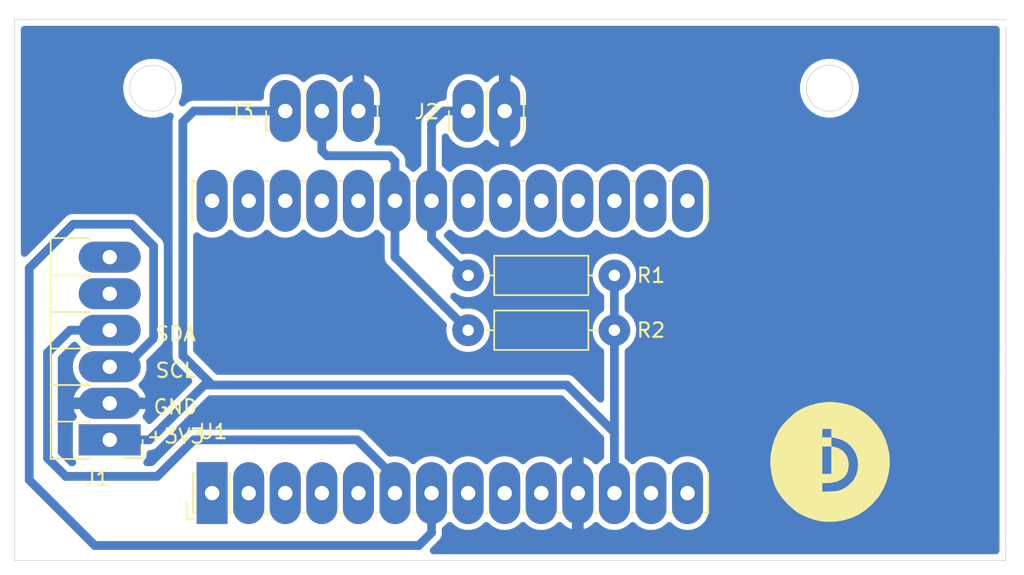
<source format=kicad_pcb>
(kicad_pcb (version 20171130) (host pcbnew "(5.1.5)-3")

  (general
    (thickness 1.6)
    (drawings 12)
    (tracks 49)
    (zones 0)
    (modules 7)
    (nets 31)
  )

  (page A4)
  (layers
    (0 F.Cu signal)
    (31 B.Cu signal)
    (32 B.Adhes user)
    (33 F.Adhes user)
    (34 B.Paste user)
    (35 F.Paste user)
    (36 B.SilkS user)
    (37 F.SilkS user)
    (38 B.Mask user)
    (39 F.Mask user)
    (40 Dwgs.User user)
    (41 Cmts.User user)
    (42 Eco1.User user)
    (43 Eco2.User user)
    (44 Edge.Cuts user)
    (45 Margin user)
    (46 B.CrtYd user)
    (47 F.CrtYd user)
    (48 B.Fab user)
    (49 F.Fab user)
  )

  (setup
    (last_trace_width 0.6096)
    (user_trace_width 0.3048)
    (user_trace_width 0.4064)
    (user_trace_width 0.6096)
    (user_trace_width 0.8128)
    (user_trace_width 1.2192)
    (user_trace_width 1.6256)
    (trace_clearance 0.2)
    (zone_clearance 0.4064)
    (zone_45_only no)
    (trace_min 0.2)
    (via_size 0.8)
    (via_drill 0.4)
    (via_min_size 0.4)
    (via_min_drill 0.3)
    (uvia_size 0.3)
    (uvia_drill 0.1)
    (uvias_allowed no)
    (uvia_min_size 0.2)
    (uvia_min_drill 0.1)
    (edge_width 0.05)
    (segment_width 0.2)
    (pcb_text_width 0.3)
    (pcb_text_size 1.5 1.5)
    (mod_edge_width 0.12)
    (mod_text_size 1 1)
    (mod_text_width 0.15)
    (pad_size 1.524 1.524)
    (pad_drill 0.762)
    (pad_to_mask_clearance 0.051)
    (solder_mask_min_width 0.25)
    (aux_axis_origin 0 0)
    (visible_elements 7FFDF7FF)
    (pcbplotparams
      (layerselection 0x010fc_ffffffff)
      (usegerberextensions false)
      (usegerberattributes false)
      (usegerberadvancedattributes false)
      (creategerberjobfile false)
      (excludeedgelayer true)
      (linewidth 0.100000)
      (plotframeref false)
      (viasonmask false)
      (mode 1)
      (useauxorigin false)
      (hpglpennumber 1)
      (hpglpenspeed 20)
      (hpglpendiameter 15.000000)
      (psnegative false)
      (psa4output false)
      (plotreference true)
      (plotvalue true)
      (plotinvisibletext false)
      (padsonsilk false)
      (subtractmaskfromsilk false)
      (outputformat 1)
      (mirror false)
      (drillshape 0)
      (scaleselection 1)
      (outputdirectory "./"))
  )

  (net 0 "")
  (net 1 SDA)
  (net 2 SCL)
  (net 3 GND)
  (net 4 VCC)
  (net 5 "Net-(J2-Pad1)")
  (net 6 "Net-(J3-Pad2)")
  (net 7 "Net-(U1-Pad28)")
  (net 8 "Net-(U1-Pad27)")
  (net 9 "Net-(U1-Pad26)")
  (net 10 "Net-(U1-Pad25)")
  (net 11 "Net-(U1-Pad24)")
  (net 12 "Net-(U1-Pad21)")
  (net 13 "Net-(U1-Pad20)")
  (net 14 "Net-(U1-Pad19)")
  (net 15 "Net-(U1-Pad18)")
  (net 16 "Net-(U1-Pad17)")
  (net 17 "Net-(U1-Pad16)")
  (net 18 "Net-(U1-Pad14)")
  (net 19 "Net-(U1-Pad13)")
  (net 20 "Net-(U1-Pad10)")
  (net 21 "Net-(U1-Pad9)")
  (net 22 "Net-(U1-Pad8)")
  (net 23 "Net-(U1-Pad5)")
  (net 24 "Net-(U1-Pad4)")
  (net 25 "Net-(U1-Pad3)")
  (net 26 "Net-(U1-Pad2)")
  (net 27 "Net-(U1-Pad15)")
  (net 28 "Net-(U1-Pad1)")
  (net 29 "Net-(J1-Pad5)")
  (net 30 "Net-(J1-Pad6)")

  (net_class Default "This is the default net class."
    (clearance 0.2)
    (trace_width 0.25)
    (via_dia 0.8)
    (via_drill 0.4)
    (uvia_dia 0.3)
    (uvia_drill 0.1)
    (add_net GND)
    (add_net "Net-(J1-Pad5)")
    (add_net "Net-(J1-Pad6)")
    (add_net "Net-(J2-Pad1)")
    (add_net "Net-(J3-Pad2)")
    (add_net "Net-(U1-Pad1)")
    (add_net "Net-(U1-Pad10)")
    (add_net "Net-(U1-Pad13)")
    (add_net "Net-(U1-Pad14)")
    (add_net "Net-(U1-Pad15)")
    (add_net "Net-(U1-Pad16)")
    (add_net "Net-(U1-Pad17)")
    (add_net "Net-(U1-Pad18)")
    (add_net "Net-(U1-Pad19)")
    (add_net "Net-(U1-Pad2)")
    (add_net "Net-(U1-Pad20)")
    (add_net "Net-(U1-Pad21)")
    (add_net "Net-(U1-Pad24)")
    (add_net "Net-(U1-Pad25)")
    (add_net "Net-(U1-Pad26)")
    (add_net "Net-(U1-Pad27)")
    (add_net "Net-(U1-Pad28)")
    (add_net "Net-(U1-Pad3)")
    (add_net "Net-(U1-Pad4)")
    (add_net "Net-(U1-Pad5)")
    (add_net "Net-(U1-Pad8)")
    (add_net "Net-(U1-Pad9)")
    (add_net SCL)
    (add_net SDA)
    (add_net VCC)
  )

  (module obbo_footprints:Logo600-InzynierDomu (layer F.Cu) (tedit 5E2DC787) (tstamp 5E38E0C9)
    (at 180.086 106.934)
    (fp_text reference G*** (at 6.858 -5.334) (layer F.SilkS) hide
      (effects (font (size 1.524 1.524) (thickness 0.3)))
    )
    (fp_text value Logo600-InzynierDomu (at -0.0254 6.1341) (layer F.SilkS) hide
      (effects (font (size 1.524 1.524) (thickness 0.3)))
    )
    (fp_poly (pts (xy 0.282748 -4.141935) (xy 0.604321 -4.102239) (xy 0.938093 -4.041979) (xy 1.257442 -3.966425)
      (xy 1.535744 -3.880845) (xy 1.679607 -3.823432) (xy 2.110334 -3.590238) (xy 2.525947 -3.293082)
      (xy 2.911713 -2.946285) (xy 3.252901 -2.564166) (xy 3.534778 -2.161044) (xy 3.691966 -1.867484)
      (xy 3.873258 -1.439273) (xy 4.001342 -1.042608) (xy 4.084099 -0.650419) (xy 4.114042 -0.418206)
      (xy 4.132728 0.164764) (xy 4.071083 0.740655) (xy 3.931773 1.299684) (xy 3.717467 1.832066)
      (xy 3.43083 2.328018) (xy 3.324963 2.4765) (xy 2.928747 2.938579) (xy 2.486626 3.330798)
      (xy 2.003395 3.651102) (xy 1.48385 3.897438) (xy 0.932788 4.067751) (xy 0.355004 4.159987)
      (xy -0.244705 4.172094) (xy -0.5715 4.14512) (xy -0.882087 4.087782) (xy -1.226316 3.989497)
      (xy -1.580238 3.859897) (xy -1.919902 3.708614) (xy -2.221359 3.545281) (xy -2.446293 3.39112)
      (xy -2.924774 2.970054) (xy -3.320307 2.534702) (xy -3.633527 2.084293) (xy -3.824429 1.7145)
      (xy -3.920954 1.450759) (xy -4.007686 1.130469) (xy -4.079147 0.781634) (xy -4.129856 0.432262)
      (xy -4.154335 0.110359) (xy -4.155742 0.021167) (xy -4.119481 -0.525698) (xy -4.018545 -1.058333)
      (xy -0.550333 -1.058333) (xy -0.550333 0.846667) (xy 0.084667 0.846667) (xy 0.084667 -1.058333)
      (xy -0.550333 -1.058333) (xy -4.018545 -1.058333) (xy -4.016211 -1.070646) (xy -3.851416 -1.594219)
      (xy -3.630584 -2.07696) (xy -3.50751 -2.286) (xy -0.550333 -2.286) (xy -0.550333 -1.693333)
      (xy 0.084667 -1.693333) (xy 0.084667 -1.065776) (xy 0.264583 -1.035765) (xy 0.574293 -0.944905)
      (xy 0.835963 -0.787966) (xy 1.043459 -0.572443) (xy 1.190645 -0.305827) (xy 1.271386 0.00439)
      (xy 1.285389 0.210839) (xy 1.25101 0.544845) (xy 1.148212 0.829812) (xy 0.978349 1.064657)
      (xy 0.742778 1.2483) (xy 0.442854 1.37966) (xy 0.07993 1.457654) (xy -0.306917 1.481347)
      (xy -0.550333 1.481667) (xy -0.550333 2.082836) (xy -0.010583 2.065433) (xy 0.234079 2.055041)
      (xy 0.416048 2.03989) (xy 0.557288 2.016608) (xy 0.679761 1.981828) (xy 0.775872 1.944765)
      (xy 1.040036 1.804436) (xy 1.299221 1.614255) (xy 1.523705 1.398026) (xy 1.636435 1.255513)
      (xy 1.805726 0.936698) (xy 1.907549 0.583593) (xy 1.941793 0.213202) (xy 1.90835 -0.157471)
      (xy 1.80711 -0.511419) (xy 1.649794 -0.81404) (xy 1.409215 -1.116968) (xy 1.130214 -1.352012)
      (xy 0.803894 -1.524603) (xy 0.421361 -1.640174) (xy 0.243417 -1.672767) (xy 0.084667 -1.69717)
      (xy 0.084667 -2.286) (xy -0.550333 -2.286) (xy -3.50751 -2.286) (xy -3.503385 -2.293006)
      (xy -3.388215 -2.448992) (xy -3.223964 -2.640108) (xy -3.02799 -2.849) (xy -2.817647 -3.05831)
      (xy -2.610292 -3.250685) (xy -2.423279 -3.408767) (xy -2.293006 -3.503385) (xy -1.847644 -3.744476)
      (xy -1.351205 -3.935695) (xy -0.825079 -4.070957) (xy -0.290654 -4.144177) (xy 0 -4.1558)
      (xy 0.282748 -4.141935)) (layer F.SilkS) (width 0.01))
  )

  (module obbo_footprints:Arduino_MKR1300_Oval (layer F.Cu) (tedit 5E2D9F51) (tstamp 5E2D29DF)
    (at 137.16 109.112765 180)
    (descr "Arduino MKR WAN 1300 board")
    (tags "Arduino MKR WAN 1300 board")
    (path /5E2D7A32)
    (fp_text reference U1 (at -0.0635 4.274265) (layer F.SilkS)
      (effects (font (size 1 1) (thickness 0.15)))
    )
    (fp_text value Ardiuno_MKR1300 (at -5.969 6.096) (layer F.Fab)
      (effects (font (size 1 1) (thickness 0.15)))
    )
    (fp_line (start 1.1142 21.6882) (end 1.419 21.6882) (layer F.SilkS) (width 0.15))
    (fp_line (start 1.419 21.6882) (end 1.419 18.9518) (layer F.SilkS) (width 0.15))
    (fp_line (start 1.419 18.9518) (end 1.121 18.9518) (layer F.SilkS) (width 0.15))
    (fp_line (start -11.2742 21.695) (end -11.579 21.695) (layer F.SilkS) (width 0.15))
    (fp_line (start -8.7342 18.9518) (end -9.039 18.9518) (layer F.SilkS) (width 0.15))
    (fp_line (start -34.439 18.9518) (end -34.439 21.6882) (layer F.SilkS) (width 0.15))
    (fp_line (start -6.1942 18.9518) (end -6.499 18.9518) (layer F.SilkS) (width 0.15))
    (fp_line (start -3.6542 18.9518) (end -3.959 18.9518) (layer F.SilkS) (width 0.15))
    (fp_line (start -11.2742 18.9518) (end -11.579 18.9518) (layer F.SilkS) (width 0.15))
    (fp_line (start -34.939 18.5234) (end -34.939 22.1234) (layer F.CrtYd) (width 0.05))
    (fp_line (start -8.7342 21.695) (end -9.039 21.695) (layer F.SilkS) (width 0.15))
    (fp_line (start -16.6658 21.6882) (end -16.361 21.6882) (layer F.SilkS) (width 0.15))
    (fp_line (start -34.939 22.1234) (end 1.8034 22.1234) (layer F.CrtYd) (width 0.05))
    (fp_line (start -34.1342 18.9518) (end -34.439 18.9518) (layer F.SilkS) (width 0.15))
    (fp_line (start -34.29 19.0534) (end 1.2734 19.0534) (layer F.Fab) (width 0.1))
    (fp_line (start 1.8034 18.5234) (end -34.939 18.5234) (layer F.CrtYd) (width 0.05))
    (fp_line (start -3.6542 21.695) (end -3.959 21.695) (layer F.SilkS) (width 0.15))
    (fp_line (start -34.29 21.5934) (end -34.29 19.0534) (layer F.Fab) (width 0.1))
    (fp_line (start -21.4342 18.9518) (end -21.739 18.9518) (layer F.SilkS) (width 0.15))
    (fp_line (start -26.5142 18.9518) (end -26.819 18.9518) (layer F.SilkS) (width 0.15))
    (fp_line (start -29.0542 18.9518) (end -29.359 18.9518) (layer F.SilkS) (width 0.15))
    (fp_line (start 1.2734 19.0534) (end 1.2734 21.5934) (layer F.Fab) (width 0.1))
    (fp_line (start -18.8942 18.9518) (end -19.199 18.9518) (layer F.SilkS) (width 0.15))
    (fp_line (start -31.5942 18.9518) (end -31.899 18.9518) (layer F.SilkS) (width 0.15))
    (fp_line (start 1.8034 22.1234) (end 1.8034 18.5234) (layer F.CrtYd) (width 0.05))
    (fp_line (start 1.2734 21.5934) (end -34.29 21.5934) (layer F.Fab) (width 0.1))
    (fp_line (start -23.9742 18.9518) (end -24.279 18.9518) (layer F.SilkS) (width 0.15))
    (fp_line (start -6.1942 21.695) (end -6.499 21.695) (layer F.SilkS) (width 0.15))
    (fp_line (start -16.3542 18.9518) (end -16.659 18.9518) (layer F.SilkS) (width 0.15))
    (fp_line (start -31.9058 21.6882) (end -31.601 21.6882) (layer F.SilkS) (width 0.15))
    (fp_line (start -29.3658 21.6882) (end -29.061 21.6882) (layer F.SilkS) (width 0.15))
    (fp_line (start -26.8258 21.6882) (end -26.521 21.6882) (layer F.SilkS) (width 0.15))
    (fp_line (start -24.2858 21.6882) (end -23.981 21.6882) (layer F.SilkS) (width 0.15))
    (fp_line (start -21.7458 21.6882) (end -21.441 21.6882) (layer F.SilkS) (width 0.15))
    (fp_line (start -19.2058 21.6882) (end -18.901 21.6882) (layer F.SilkS) (width 0.15))
    (fp_line (start -14.1258 21.6882) (end -13.821 21.6882) (layer F.SilkS) (width 0.15))
    (fp_line (start -13.8142 18.9518) (end -14.119 18.9518) (layer F.SilkS) (width 0.15))
    (fp_line (start -34.439 21.6882) (end -34.141 21.6882) (layer F.SilkS) (width 0.15))
    (fp_line (start -1.4258 21.6882) (end -1.1684 21.6882) (layer F.SilkS) (width 0.15))
    (fp_line (start -1.1684 18.9518) (end -1.419 18.9518) (layer F.SilkS) (width 0.15))
    (fp_line (start 1.778 -1.778) (end 1.778 -0.635) (layer F.SilkS) (width 0.15))
    (fp_line (start 1.27 -1.778) (end 1.778 -1.778) (layer F.SilkS) (width 0.15))
    (fp_line (start 1.3208 -1.3682) (end 1.1684 -1.3716) (layer F.SilkS) (width 0.15))
    (fp_line (start 1.1684 1.3682) (end 1.3208 1.3716) (layer F.SilkS) (width 0.15))
    (fp_line (start -1.1684 -1.3682) (end -1.419 -1.3682) (layer F.SilkS) (width 0.15))
    (fp_line (start -1.4258 1.3682) (end -1.1684 1.3682) (layer F.SilkS) (width 0.15))
    (fp_line (start -34.1342 -1.3682) (end -34.439 -1.3682) (layer F.SilkS) (width 0.15))
    (fp_line (start -34.439 1.3682) (end -34.141 1.3682) (layer F.SilkS) (width 0.15))
    (fp_line (start -13.8142 -1.3682) (end -14.119 -1.3682) (layer F.SilkS) (width 0.15))
    (fp_line (start -14.1258 1.3682) (end -13.821 1.3682) (layer F.SilkS) (width 0.15))
    (fp_line (start -16.6658 1.3682) (end -16.361 1.3682) (layer F.SilkS) (width 0.15))
    (fp_line (start -19.2058 1.3682) (end -18.901 1.3682) (layer F.SilkS) (width 0.15))
    (fp_line (start -21.7458 1.3682) (end -21.441 1.3682) (layer F.SilkS) (width 0.15))
    (fp_line (start -24.2858 1.3682) (end -23.981 1.3682) (layer F.SilkS) (width 0.15))
    (fp_line (start -26.8258 1.3682) (end -26.521 1.3682) (layer F.SilkS) (width 0.15))
    (fp_line (start -29.3658 1.3682) (end -29.061 1.3682) (layer F.SilkS) (width 0.15))
    (fp_line (start -31.9058 1.3682) (end -31.601 1.3682) (layer F.SilkS) (width 0.15))
    (fp_line (start -31.5942 -1.3682) (end -31.899 -1.3682) (layer F.SilkS) (width 0.15))
    (fp_line (start -29.0542 -1.3682) (end -29.359 -1.3682) (layer F.SilkS) (width 0.15))
    (fp_line (start -26.5142 -1.3682) (end -26.819 -1.3682) (layer F.SilkS) (width 0.15))
    (fp_line (start -23.9742 -1.3682) (end -24.279 -1.3682) (layer F.SilkS) (width 0.15))
    (fp_line (start -21.4342 -1.3682) (end -21.739 -1.3682) (layer F.SilkS) (width 0.15))
    (fp_line (start -18.8942 -1.3682) (end -19.199 -1.3682) (layer F.SilkS) (width 0.15))
    (fp_line (start -16.3542 -1.3682) (end -16.659 -1.3682) (layer F.SilkS) (width 0.15))
    (fp_line (start -34.939 1.8034) (end 1.8034 1.8034) (layer F.CrtYd) (width 0.05))
    (fp_line (start 1.8034 -1.7966) (end -34.939 -1.7966) (layer F.CrtYd) (width 0.05))
    (fp_line (start 0.6384 -1.2666) (end 1.2734 -0.6316) (layer F.Fab) (width 0.1))
    (fp_line (start 1.8034 1.8034) (end 1.8034 -1.7966) (layer F.CrtYd) (width 0.05))
    (fp_line (start -34.29 -1.2666) (end 0.6384 -1.2666) (layer F.Fab) (width 0.1))
    (fp_line (start -34.29 1.2734) (end -34.29 -1.2666) (layer F.Fab) (width 0.1))
    (fp_line (start 1.2734 1.2734) (end -34.29 1.2734) (layer F.Fab) (width 0.1))
    (fp_line (start 1.2734 -0.6316) (end 1.2734 1.2734) (layer F.Fab) (width 0.1))
    (fp_line (start -3.6542 1.375) (end -3.959 1.375) (layer F.SilkS) (width 0.15))
    (fp_line (start -6.1942 1.375) (end -6.499 1.375) (layer F.SilkS) (width 0.15))
    (fp_line (start -8.7342 1.375) (end -9.039 1.375) (layer F.SilkS) (width 0.15))
    (fp_line (start -11.2742 1.375) (end -11.579 1.375) (layer F.SilkS) (width 0.15))
    (fp_line (start 1.3208 -1.3682) (end 1.3208 1.3716) (layer F.SilkS) (width 0.15))
    (fp_line (start -34.939 -1.7966) (end -34.939 1.8034) (layer F.CrtYd) (width 0.05))
    (fp_line (start -1.2666 -1.3266) (end -1.2666 1.3334) (layer F.SilkS) (width 0.15))
    (fp_line (start -11.2742 -1.3682) (end -11.579 -1.3682) (layer F.SilkS) (width 0.15))
    (fp_line (start -3.6542 -1.3682) (end -3.959 -1.3682) (layer F.SilkS) (width 0.15))
    (fp_line (start -6.1942 -1.3682) (end -6.499 -1.3682) (layer F.SilkS) (width 0.15))
    (fp_line (start -8.7342 -1.3682) (end -9.039 -1.3682) (layer F.SilkS) (width 0.15))
    (fp_arc (start 10.272249 20.4068) (end 12.525449 20.4216) (angle 89.24856945) (layer F.Fab) (width 0.1))
    (fp_line (start -34.439 -1.3682) (end -34.439 1.3682) (layer F.SilkS) (width 0.15))
    (fp_arc (start 10.2722 -0.0868) (end 10.287 -2.34) (angle 89.62366175) (layer F.Fab) (width 0.1))
    (fp_circle (center 4.0952 20.41) (end 5.3017 20.41) (layer F.Fab) (width 0.1))
    (fp_circle (center 4.0952 -0.09) (end 5.3017 -0.09) (layer F.Fab) (width 0.1))
    (fp_circle (center -52.9048 -0.09) (end -51.6083 -0.09) (layer F.Fab) (width 0.1))
    (fp_circle (center -52.9048 20.41) (end -51.6083 20.41) (layer F.Fab) (width 0.1))
    (fp_arc (start -52.9048 -0.09) (end -55.1548 -0.09) (angle 90) (layer F.Fab) (width 0.1))
    (fp_arc (start -52.9048 20.41) (end -52.9048 22.66) (angle 90) (layer F.Fab) (width 0.1))
    (fp_line (start 12.525449 20.4216) (end 12.525449 -0.0868) (layer F.Fab) (width 0.1))
    (fp_line (start -52.9048 -2.34) (end 10.287 -2.34) (layer F.Fab) (width 0.1))
    (fp_line (start -55.1548 20.41) (end -55.1548 -0.09) (layer F.Fab) (width 0.1))
    (fp_line (start 10.287 22.66) (end -52.9048 22.66) (layer F.Fab) (width 0.1))
    (pad 28 thru_hole oval (at 0 20.32) (size 2.15 4.3) (drill 1) (layers *.Cu *.Mask)
      (net 7 "Net-(U1-Pad28)") (solder_mask_margin 0.1016))
    (pad 27 thru_hole oval (at -2.54 20.32) (size 2.15 4.3) (drill 1) (layers *.Cu *.Mask)
      (net 8 "Net-(U1-Pad27)") (solder_mask_margin 0.1016))
    (pad 26 thru_hole oval (at -5.08 20.32) (size 2.15 4.3) (drill 1) (layers *.Cu *.Mask)
      (net 9 "Net-(U1-Pad26)") (solder_mask_margin 0.1016))
    (pad 25 thru_hole oval (at -7.62 20.32) (size 2.15 4.3) (drill 1) (layers *.Cu *.Mask)
      (net 10 "Net-(U1-Pad25)") (solder_mask_margin 0.1016))
    (pad 24 thru_hole oval (at -10.16 20.32) (size 2.15 4.3) (drill 1) (layers *.Cu *.Mask)
      (net 11 "Net-(U1-Pad24)") (solder_mask_margin 0.1016))
    (pad 23 thru_hole oval (at -12.7 20.32) (size 2.15 4.3) (drill 1) (layers *.Cu *.Mask)
      (net 6 "Net-(J3-Pad2)") (solder_mask_margin 0.1016))
    (pad 22 thru_hole oval (at -15.24 20.32) (size 2.15 4.3) (drill 1) (layers *.Cu *.Mask)
      (net 5 "Net-(J2-Pad1)") (solder_mask_margin 0.1016))
    (pad 21 thru_hole oval (at -17.78 20.32) (size 2.15 4.3) (drill 1) (layers *.Cu *.Mask)
      (net 12 "Net-(U1-Pad21)") (solder_mask_margin 0.1016))
    (pad 20 thru_hole oval (at -20.32 20.32) (size 2.15 4.3) (drill 1) (layers *.Cu *.Mask)
      (net 13 "Net-(U1-Pad20)") (solder_mask_margin 0.1016))
    (pad 19 thru_hole oval (at -22.86 20.32) (size 2.15 4.3) (drill 1) (layers *.Cu *.Mask)
      (net 14 "Net-(U1-Pad19)") (solder_mask_margin 0.1016))
    (pad 18 thru_hole oval (at -25.4 20.32) (size 2.15 4.3) (drill 1) (layers *.Cu *.Mask)
      (net 15 "Net-(U1-Pad18)") (solder_mask_margin 0.1016))
    (pad 17 thru_hole oval (at -27.94 20.32) (size 2.15 4.3) (drill 1) (layers *.Cu *.Mask)
      (net 16 "Net-(U1-Pad17)") (solder_mask_margin 0.1016))
    (pad 16 thru_hole oval (at -30.48 20.32) (size 2.15 4.3) (drill 1) (layers *.Cu *.Mask)
      (net 17 "Net-(U1-Pad16)") (solder_mask_margin 0.1016))
    (pad 14 thru_hole oval (at -33.02 0) (size 2.15 4.3) (drill 1) (layers *.Cu *.Mask)
      (net 18 "Net-(U1-Pad14)") (solder_mask_margin 0.1016))
    (pad 13 thru_hole oval (at -30.48 0) (size 2.15 4.3) (drill 1) (layers *.Cu *.Mask)
      (net 19 "Net-(U1-Pad13)") (solder_mask_margin 0.1016))
    (pad 12 thru_hole oval (at -27.94 0) (size 2.15 4.3) (drill 1) (layers *.Cu *.Mask)
      (net 4 VCC) (solder_mask_margin 0.1016))
    (pad 11 thru_hole oval (at -25.4 0) (size 2.15 4.3) (drill 1) (layers *.Cu *.Mask)
      (net 3 GND) (solder_mask_margin 0.1016))
    (pad 10 thru_hole oval (at -22.86 0) (size 2.15 4.3) (drill 1) (layers *.Cu *.Mask)
      (net 20 "Net-(U1-Pad10)") (solder_mask_margin 0.1016))
    (pad 9 thru_hole oval (at -20.32 0) (size 2.15 4.3) (drill 1) (layers *.Cu *.Mask)
      (net 21 "Net-(U1-Pad9)") (solder_mask_margin 0.1016))
    (pad 8 thru_hole oval (at -17.78 0) (size 2.15 4.3) (drill 1) (layers *.Cu *.Mask)
      (net 22 "Net-(U1-Pad8)") (solder_mask_margin 0.1016))
    (pad 7 thru_hole oval (at -15.24 0) (size 2.15 4.3) (drill 1) (layers *.Cu *.Mask)
      (net 2 SCL) (solder_mask_margin 0.1016))
    (pad 6 thru_hole oval (at -12.7 0) (size 2.15 4.3) (drill 1) (layers *.Cu *.Mask)
      (net 1 SDA) (solder_mask_margin 0.1016))
    (pad 5 thru_hole oval (at -10.16 0) (size 2.15 4.3) (drill 1) (layers *.Cu *.Mask)
      (net 23 "Net-(U1-Pad5)") (solder_mask_margin 0.1016))
    (pad 4 thru_hole oval (at -7.62 0) (size 2.15 4.3) (drill 1) (layers *.Cu *.Mask)
      (net 24 "Net-(U1-Pad4)") (solder_mask_margin 0.1016))
    (pad 3 thru_hole oval (at -5.08 0) (size 2.15 4.3) (drill 1) (layers *.Cu *.Mask)
      (net 25 "Net-(U1-Pad3)") (solder_mask_margin 0.1016))
    (pad 2 thru_hole oval (at -2.54 0) (size 2.15 4.3) (drill 1) (layers *.Cu *.Mask)
      (net 26 "Net-(U1-Pad2)") (solder_mask_margin 0.1016))
    (pad 15 thru_hole oval (at -33.02 20.32) (size 2.15 4.3) (drill 1) (layers *.Cu *.Mask)
      (net 27 "Net-(U1-Pad15)") (solder_mask_margin 0.1016))
    (pad 1 thru_hole rect (at 0 0) (size 2.15 4.3) (drill 1) (layers *.Cu *.Mask)
      (net 28 "Net-(U1-Pad1)") (solder_mask_margin 0.1016))
    (model ${KISYS3DMOD}/Connector_PinSocket_2.54mm.3dshapes/PinSocket_1x14_P2.54mm_Vertical.wrl
      (at (xyz 0 0 0))
      (scale (xyz 1 1 1))
      (rotate (xyz 0 0 90))
    )
    (model ${KISYS3DMOD}/Connector_PinSocket_2.54mm.3dshapes/PinSocket_1x14_P2.54mm_Vertical.wrl
      (offset (xyz 0 -20.32 0))
      (scale (xyz 1 1 1))
      (rotate (xyz 0 0 90))
    )
    (model ${OBBO_FOOTPRINT_DIR}/obbo_footprints.pretty/Arduino_MKR1300.wrl
      (offset (xyz 0 0 7.5))
      (scale (xyz 0.3937 0.3937 0.3937))
      (rotate (xyz 0 0 0))
    )
  )

  (module obbo_footprints:PinHeader_1x06_P2.54mm_Horizontal_Oval_NoPinSilk (layer F.Cu) (tedit 5E2C877B) (tstamp 5E2D2904)
    (at 130.048 105.41 180)
    (descr "Through hole angled pin header, 1x06, 2.54mm pitch, 6mm pin length, single row")
    (tags "Through hole angled pin header THT 1x06 2.54mm single row")
    (path /5E2D6E27)
    (fp_text reference J1 (at 0.889 -2.667) (layer F.SilkS)
      (effects (font (size 1 1) (thickness 0.15)))
    )
    (fp_text value Conn_01x06_Male (at 3.81 15.494) (layer F.Fab)
      (effects (font (size 1 1) (thickness 0.15)))
    )
    (fp_line (start 1.397 13.843) (end 1.397 13.97) (layer F.SilkS) (width 0.15))
    (fp_line (start 1.397 11.303) (end 1.397 11.557) (layer F.SilkS) (width 0.15))
    (fp_line (start 1.397 8.763) (end 1.397 9.017) (layer F.SilkS) (width 0.15))
    (fp_line (start 1.397 6.223) (end 1.397 6.477) (layer F.SilkS) (width 0.15))
    (fp_line (start 1.397 3.683) (end 1.397 3.937) (layer F.SilkS) (width 0.15))
    (fp_line (start 1.397 1.143) (end 1.397 1.397) (layer F.SilkS) (width 0.15))
    (fp_line (start 1.397 -1.143) (end 1.397 -1.27) (layer F.SilkS) (width 0.15))
    (fp_line (start 2.135 -1.27) (end 4.04 -1.27) (layer F.Fab) (width 0.1))
    (fp_line (start 4.04 -1.27) (end 4.04 13.97) (layer F.Fab) (width 0.1))
    (fp_line (start 4.04 13.97) (end 1.5 13.97) (layer F.Fab) (width 0.1))
    (fp_line (start 1.5 13.97) (end 1.5 -0.635) (layer F.Fab) (width 0.1))
    (fp_line (start 1.5 -0.635) (end 2.135 -1.27) (layer F.Fab) (width 0.1))
    (fp_line (start -0.32 -0.32) (end 1.5 -0.32) (layer F.Fab) (width 0.1))
    (fp_line (start -0.32 -0.32) (end -0.32 0.32) (layer F.Fab) (width 0.1))
    (fp_line (start -0.32 0.32) (end 1.5 0.32) (layer F.Fab) (width 0.1))
    (fp_line (start -0.32 2.22) (end 1.5 2.22) (layer F.Fab) (width 0.1))
    (fp_line (start -0.32 2.22) (end -0.32 2.86) (layer F.Fab) (width 0.1))
    (fp_line (start -0.32 2.86) (end 1.5 2.86) (layer F.Fab) (width 0.1))
    (fp_line (start -0.32 4.76) (end 1.5 4.76) (layer F.Fab) (width 0.1))
    (fp_line (start -0.32 4.76) (end -0.32 5.4) (layer F.Fab) (width 0.1))
    (fp_line (start -0.32 5.4) (end 1.5 5.4) (layer F.Fab) (width 0.1))
    (fp_line (start -0.32 7.3) (end 1.5 7.3) (layer F.Fab) (width 0.1))
    (fp_line (start -0.32 7.3) (end -0.32 7.94) (layer F.Fab) (width 0.1))
    (fp_line (start -0.32 7.94) (end 1.5 7.94) (layer F.Fab) (width 0.1))
    (fp_line (start -0.32 9.84) (end 1.5 9.84) (layer F.Fab) (width 0.1))
    (fp_line (start -0.32 9.84) (end -0.32 10.48) (layer F.Fab) (width 0.1))
    (fp_line (start -0.32 10.48) (end 1.5 10.48) (layer F.Fab) (width 0.1))
    (fp_line (start -0.32 12.38) (end 1.5 12.38) (layer F.Fab) (width 0.1))
    (fp_line (start -0.32 12.38) (end -0.32 13.02) (layer F.Fab) (width 0.1))
    (fp_line (start -0.32 13.02) (end 1.5 13.02) (layer F.Fab) (width 0.1))
    (fp_line (start 1.44 14.03) (end 4.1 14.03) (layer F.SilkS) (width 0.12))
    (fp_line (start 4.1 14.03) (end 4.1 -1.33) (layer F.SilkS) (width 0.12))
    (fp_line (start 4.1 -1.33) (end 1.44 -1.33) (layer F.SilkS) (width 0.12))
    (fp_line (start 1.44 1.27) (end 4.1 1.27) (layer F.SilkS) (width 0.12))
    (fp_line (start 1.44 3.81) (end 4.1 3.81) (layer F.SilkS) (width 0.12))
    (fp_line (start 1.44 6.35) (end 4.1 6.35) (layer F.SilkS) (width 0.12))
    (fp_line (start 1.44 8.89) (end 4.1 8.89) (layer F.SilkS) (width 0.12))
    (fp_line (start 1.44 11.43) (end 4.1 11.43) (layer F.SilkS) (width 0.12))
    (fp_line (start -2.286 0) (end -2.286 -1.27) (layer F.SilkS) (width 0.12))
    (fp_line (start -2.286 -1.27) (end -1.016 -1.27) (layer F.SilkS) (width 0.12))
    (fp_line (start -1.8 -1.8) (end -1.8 14.5) (layer F.CrtYd) (width 0.05))
    (fp_line (start -1.8 14.5) (end 4.064 14.5) (layer F.CrtYd) (width 0.05))
    (fp_line (start 4.064 14.5) (end 4.064 -1.8) (layer F.CrtYd) (width 0.05))
    (fp_line (start 4.064 -1.8) (end -1.8 -1.8) (layer F.CrtYd) (width 0.05))
    (fp_text user %R (at 2.77 6.35 90) (layer F.Fab)
      (effects (font (size 1 1) (thickness 0.15)))
    )
    (pad 1 thru_hole rect (at 0 0 180) (size 4.3 2.15) (drill 1) (layers *.Cu *.Mask)
      (net 4 VCC))
    (pad 2 thru_hole oval (at 0 2.54 180) (size 4.3 2.15) (drill 1) (layers *.Cu *.Mask)
      (net 3 GND))
    (pad 3 thru_hole oval (at 0 5.08 180) (size 4.3 2.15) (drill 1) (layers *.Cu *.Mask)
      (net 2 SCL))
    (pad 4 thru_hole oval (at 0 7.62 180) (size 4.3 2.15) (drill 1) (layers *.Cu *.Mask)
      (net 1 SDA))
    (pad 5 thru_hole oval (at 0 10.16 180) (size 4.3 2.15) (drill 1) (layers *.Cu *.Mask)
      (net 29 "Net-(J1-Pad5)"))
    (pad 6 thru_hole oval (at 0 12.7 180) (size 4.3 2.15) (drill 1) (layers *.Cu *.Mask)
      (net 30 "Net-(J1-Pad6)"))
    (model ${KISYS3DMOD}/Connector_PinHeader_2.54mm.3dshapes/PinHeader_1x06_P2.54mm_Horizontal.wrl
      (at (xyz 0 0 0))
      (scale (xyz 1 1 1))
      (rotate (xyz 0 0 0))
    )
  )

  (module obbo_footprints:R_Axial_DIN0207_L6.3mm_D2.5mm_P10.16mm_Horizontal_PAD (layer F.Cu) (tedit 5DACD068) (tstamp 5E2D5167)
    (at 165.1 97.79 180)
    (descr "Resistor, Axial_DIN0207 series, Axial, Horizontal, pin pitch=10.16mm, 0.25W = 1/4W, length*diameter=6.3*2.5mm^2")
    (tags "Resistor Axial_DIN0207 series Axial Horizontal pin pitch 10.16mm 0.25W = 1/4W length 6.3mm diameter 2.5mm")
    (path /5E2D726E)
    (fp_text reference R2 (at -2.54 0) (layer F.SilkS)
      (effects (font (size 1 1) (thickness 0.15)))
    )
    (fp_text value 10k (at 5.08 2.37) (layer F.Fab)
      (effects (font (size 1 1) (thickness 0.15)))
    )
    (fp_text user %R (at 5.08 0) (layer F.Fab)
      (effects (font (size 1 1) (thickness 0.15)))
    )
    (fp_line (start 11.21 -1.5) (end -1.05 -1.5) (layer F.CrtYd) (width 0.05))
    (fp_line (start 11.21 1.5) (end 11.21 -1.5) (layer F.CrtYd) (width 0.05))
    (fp_line (start -1.05 1.5) (end 11.21 1.5) (layer F.CrtYd) (width 0.05))
    (fp_line (start -1.05 -1.5) (end -1.05 1.5) (layer F.CrtYd) (width 0.05))
    (fp_line (start 8.9408 0) (end 8.35 0) (layer F.SilkS) (width 0.12))
    (fp_line (start 1.2192 0) (end 1.81 0) (layer F.SilkS) (width 0.12))
    (fp_line (start 8.35 -1.37) (end 1.81 -1.37) (layer F.SilkS) (width 0.12))
    (fp_line (start 8.35 1.37) (end 8.35 -1.37) (layer F.SilkS) (width 0.12))
    (fp_line (start 1.81 1.37) (end 8.35 1.37) (layer F.SilkS) (width 0.12))
    (fp_line (start 1.81 -1.37) (end 1.81 1.37) (layer F.SilkS) (width 0.12))
    (fp_line (start 10.16 0) (end 8.23 0) (layer F.Fab) (width 0.1))
    (fp_line (start 0 0) (end 1.93 0) (layer F.Fab) (width 0.1))
    (fp_line (start 8.23 -1.25) (end 1.93 -1.25) (layer F.Fab) (width 0.1))
    (fp_line (start 8.23 1.25) (end 8.23 -1.25) (layer F.Fab) (width 0.1))
    (fp_line (start 1.93 1.25) (end 8.23 1.25) (layer F.Fab) (width 0.1))
    (fp_line (start 1.93 -1.25) (end 1.93 1.25) (layer F.Fab) (width 0.1))
    (pad 2 thru_hole circle (at 10.16 0 180) (size 2.2 2.2) (drill 0.8) (layers *.Cu *.Mask)
      (net 6 "Net-(J3-Pad2)"))
    (pad 1 thru_hole circle (at 0 0 180) (size 2.2 2.2) (drill 0.8) (layers *.Cu *.Mask)
      (net 4 VCC))
    (model ${KISYS3DMOD}/Resistor_THT.3dshapes/R_Axial_DIN0207_L6.3mm_D2.5mm_P10.16mm_Horizontal.wrl
      (at (xyz 0 0 0))
      (scale (xyz 1 1 1))
      (rotate (xyz 0 0 0))
    )
  )

  (module obbo_footprints:R_Axial_DIN0207_L6.3mm_D2.5mm_P10.16mm_Horizontal_PAD (layer F.Cu) (tedit 5DACD068) (tstamp 5E2D2948)
    (at 165.099999 93.980002 180)
    (descr "Resistor, Axial_DIN0207 series, Axial, Horizontal, pin pitch=10.16mm, 0.25W = 1/4W, length*diameter=6.3*2.5mm^2")
    (tags "Resistor Axial_DIN0207 series Axial Horizontal pin pitch 10.16mm 0.25W = 1/4W length 6.3mm diameter 2.5mm")
    (path /5E2D76C1)
    (fp_text reference R1 (at -2.540001 0.000002) (layer F.SilkS)
      (effects (font (size 1 1) (thickness 0.15)))
    )
    (fp_text value 10k (at 5.08 2.37) (layer F.Fab)
      (effects (font (size 1 1) (thickness 0.15)))
    )
    (fp_text user %R (at 5.08 0) (layer F.Fab)
      (effects (font (size 1 1) (thickness 0.15)))
    )
    (fp_line (start 11.21 -1.5) (end -1.05 -1.5) (layer F.CrtYd) (width 0.05))
    (fp_line (start 11.21 1.5) (end 11.21 -1.5) (layer F.CrtYd) (width 0.05))
    (fp_line (start -1.05 1.5) (end 11.21 1.5) (layer F.CrtYd) (width 0.05))
    (fp_line (start -1.05 -1.5) (end -1.05 1.5) (layer F.CrtYd) (width 0.05))
    (fp_line (start 8.9408 0) (end 8.35 0) (layer F.SilkS) (width 0.12))
    (fp_line (start 1.2192 0) (end 1.81 0) (layer F.SilkS) (width 0.12))
    (fp_line (start 8.35 -1.37) (end 1.81 -1.37) (layer F.SilkS) (width 0.12))
    (fp_line (start 8.35 1.37) (end 8.35 -1.37) (layer F.SilkS) (width 0.12))
    (fp_line (start 1.81 1.37) (end 8.35 1.37) (layer F.SilkS) (width 0.12))
    (fp_line (start 1.81 -1.37) (end 1.81 1.37) (layer F.SilkS) (width 0.12))
    (fp_line (start 10.16 0) (end 8.23 0) (layer F.Fab) (width 0.1))
    (fp_line (start 0 0) (end 1.93 0) (layer F.Fab) (width 0.1))
    (fp_line (start 8.23 -1.25) (end 1.93 -1.25) (layer F.Fab) (width 0.1))
    (fp_line (start 8.23 1.25) (end 8.23 -1.25) (layer F.Fab) (width 0.1))
    (fp_line (start 1.93 1.25) (end 8.23 1.25) (layer F.Fab) (width 0.1))
    (fp_line (start 1.93 -1.25) (end 1.93 1.25) (layer F.Fab) (width 0.1))
    (pad 2 thru_hole circle (at 10.16 0 180) (size 2.2 2.2) (drill 0.8) (layers *.Cu *.Mask)
      (net 5 "Net-(J2-Pad1)"))
    (pad 1 thru_hole circle (at 0 0 180) (size 2.2 2.2) (drill 0.8) (layers *.Cu *.Mask)
      (net 4 VCC))
    (model ${KISYS3DMOD}/Resistor_THT.3dshapes/R_Axial_DIN0207_L6.3mm_D2.5mm_P10.16mm_Horizontal.wrl
      (at (xyz 0 0 0))
      (scale (xyz 1 1 1))
      (rotate (xyz 0 0 0))
    )
  )

  (module obbo_footprints:PinHeader_1x03_P2.54mm_Vertical_PAD (layer F.Cu) (tedit 5D627668) (tstamp 5E2D2931)
    (at 142.24 82.55 90)
    (descr "Through hole straight pin header, 1x03, 2.54mm pitch, single row")
    (tags "Through hole pin header THT 1x03 2.54mm single row")
    (path /5E2D63A7)
    (fp_text reference J3 (at -0.05 -3.04 180) (layer F.SilkS)
      (effects (font (size 1 1) (thickness 0.15)))
    )
    (fp_text value Conn_01x03_Male (at 0 7.41 90) (layer F.Fab)
      (effects (font (size 1 1) (thickness 0.15)))
    )
    (fp_line (start 1.3716 3.6576) (end 1.3716 3.9624) (layer F.SilkS) (width 0.15))
    (fp_line (start 1.3716 1.27) (end 1.3716 1.4224) (layer F.SilkS) (width 0.15))
    (fp_line (start 1.3716 6.4008) (end 1.3716 6.1976) (layer F.SilkS) (width 0.15))
    (fp_line (start -1.3716 6.1976) (end -1.3716 6.4008) (layer F.SilkS) (width 0.15))
    (fp_line (start -1.3716 3.6576) (end -1.3716 3.9624) (layer F.SilkS) (width 0.15))
    (fp_line (start -1.3716 1.27) (end -1.3716 1.4224) (layer F.SilkS) (width 0.15))
    (fp_line (start -1.3716 -1.3208) (end -1.3716 -1.1176) (layer F.SilkS) (width 0.15))
    (fp_line (start -0.635 -1.27) (end 1.27 -1.27) (layer F.Fab) (width 0.1))
    (fp_line (start 1.27 -1.27) (end 1.27 6.35) (layer F.Fab) (width 0.1))
    (fp_line (start 1.27 6.35) (end -1.27 6.35) (layer F.Fab) (width 0.1))
    (fp_line (start -1.27 6.35) (end -1.27 -0.635) (layer F.Fab) (width 0.1))
    (fp_line (start -1.27 -0.635) (end -0.635 -1.27) (layer F.Fab) (width 0.1))
    (fp_line (start -1.33 6.41) (end 1.33 6.41) (layer F.SilkS) (width 0.12))
    (fp_line (start -1.33 1.27) (end 1.33 1.27) (layer F.SilkS) (width 0.12))
    (fp_line (start -1.33 -1.33) (end 0 -1.33) (layer F.SilkS) (width 0.12))
    (fp_line (start -1.8 -1.8) (end -1.8 6.85) (layer F.CrtYd) (width 0.05))
    (fp_line (start -1.8 6.85) (end 1.8 6.85) (layer F.CrtYd) (width 0.05))
    (fp_line (start 1.8 6.85) (end 1.8 -1.8) (layer F.CrtYd) (width 0.05))
    (fp_line (start 1.8 -1.8) (end -1.8 -1.8) (layer F.CrtYd) (width 0.05))
    (fp_text user %R (at 0 2.54) (layer F.Fab)
      (effects (font (size 1 1) (thickness 0.15)))
    )
    (pad 1 thru_hole oval (at 0 0 90) (size 4.3 2.15) (drill 1) (layers *.Cu *.Mask)
      (net 4 VCC))
    (pad 2 thru_hole oval (at 0 2.54 90) (size 4.3 2.15) (drill 1) (layers *.Cu *.Mask)
      (net 6 "Net-(J3-Pad2)"))
    (pad 3 thru_hole oval (at 0 5.08 90) (size 4.3 2.15) (drill 1) (layers *.Cu *.Mask)
      (net 3 GND))
    (model ${KISYS3DMOD}/Connector_PinHeader_2.54mm.3dshapes/PinHeader_1x03_P2.54mm_Vertical.wrl
      (at (xyz 0 0 0))
      (scale (xyz 1 1 1))
      (rotate (xyz 0 0 0))
    )
  )

  (module obbo_footprints:PinHeader_1x02_P2.54mm_Vertical_PAD (layer F.Cu) (tedit 5D74FB22) (tstamp 5E2D291A)
    (at 154.94 82.55 90)
    (descr "Through hole straight pin header, 1x02, 2.54mm pitch, single row")
    (tags "Through hole pin header THT 1x02 2.54mm single row")
    (path /5E2D6817)
    (fp_text reference J2 (at -0.05 -2.87 180) (layer F.SilkS)
      (effects (font (size 1 1) (thickness 0.15)))
    )
    (fp_text value Conn_01x02_Male (at 0 5.08 90) (layer F.Fab)
      (effects (font (size 1 1) (thickness 0.15)))
    )
    (fp_text user %R (at -0.1016 1.2192) (layer F.Fab)
      (effects (font (size 1 1) (thickness 0.15)))
    )
    (fp_line (start 1.8 -1.8) (end -1.8 -1.8) (layer F.CrtYd) (width 0.05))
    (fp_line (start 1.8 4.31) (end 1.8 -1.8) (layer F.CrtYd) (width 0.05))
    (fp_line (start -1.8 4.31) (end 1.8 4.31) (layer F.CrtYd) (width 0.05))
    (fp_line (start -1.8 -1.8) (end -1.8 4.31) (layer F.CrtYd) (width 0.05))
    (fp_line (start -1.33 -1.33) (end 0 -1.33) (layer F.SilkS) (width 0.12))
    (fp_line (start -1.33 1.27) (end 1.33 1.27) (layer F.SilkS) (width 0.12))
    (fp_line (start -1.33 3.87) (end 1.33 3.87) (layer F.SilkS) (width 0.12))
    (fp_line (start -1.27 -0.635) (end -0.635 -1.27) (layer F.Fab) (width 0.1))
    (fp_line (start -1.27 3.81) (end -1.27 -0.635) (layer F.Fab) (width 0.1))
    (fp_line (start 1.27 3.81) (end -1.27 3.81) (layer F.Fab) (width 0.1))
    (fp_line (start 1.27 -1.27) (end 1.27 3.81) (layer F.Fab) (width 0.1))
    (fp_line (start -0.635 -1.27) (end 1.27 -1.27) (layer F.Fab) (width 0.1))
    (fp_line (start -1.3716 -1.3208) (end -1.3716 -1.1176) (layer F.SilkS) (width 0.15))
    (fp_line (start -1.3716 1.27) (end -1.3716 1.4224) (layer F.SilkS) (width 0.15))
    (fp_line (start -1.3716 3.6576) (end -1.3716 3.8608) (layer F.SilkS) (width 0.15))
    (fp_line (start 1.3716 3.8608) (end 1.3716 3.6576) (layer F.SilkS) (width 0.15))
    (fp_line (start 1.3716 1.27) (end 1.3716 1.4224) (layer F.SilkS) (width 0.15))
    (pad 2 thru_hole oval (at 0 2.54 90) (size 4.3 2.15) (drill 1) (layers *.Cu *.Mask)
      (net 3 GND))
    (pad 1 thru_hole oval (at 0 0 90) (size 4.3 2.15) (drill 1) (layers *.Cu *.Mask)
      (net 5 "Net-(J2-Pad1)"))
    (model ${KISYS3DMOD}/Connector_PinHeader_2.54mm.3dshapes/PinHeader_1x02_P2.54mm_Vertical.wrl
      (at (xyz 0 0 0))
      (scale (xyz 1 1 1))
      (rotate (xyz 0 0 0))
    )
  )

  (gr_line (start 123.444 113.792) (end 124.46 113.792) (layer Edge.Cuts) (width 0.05) (tstamp 5E7A4629))
  (gr_line (start 123.444 76.2) (end 123.444 113.792) (layer Edge.Cuts) (width 0.05))
  (gr_line (start 124.46 76.2) (end 123.444 76.2) (layer Edge.Cuts) (width 0.05))
  (gr_text SDA (at 134.62 98.044) (layer F.SilkS)
    (effects (font (size 1 1) (thickness 0.15)))
  )
  (gr_text SCL (at 134.62 100.584) (layer F.SilkS)
    (effects (font (size 1 1) (thickness 0.15)))
  )
  (gr_text GND (at 134.62 103.124) (layer F.SilkS)
    (effects (font (size 1 1) (thickness 0.15)))
  )
  (gr_text +3V3 (at 134.62 105.156) (layer F.SilkS) (tstamp 5E387428)
    (effects (font (size 1 1) (thickness 0.15)))
  )
  (gr_circle (center 180.032 80.968) (end 178.432 80.968) (layer Edge.Cuts) (width 0.05) (tstamp 5E3864B6))
  (gr_circle (center 133.032 80.968) (end 134.632 80.968) (layer Edge.Cuts) (width 0.05) (tstamp 5E3864B3))
  (gr_line (start 192.278 113.792) (end 124.46 113.792) (layer Edge.Cuts) (width 0.05))
  (gr_line (start 192.291037 76.708) (end 192.278 113.792) (layer Edge.Cuts) (width 0.05))
  (gr_line (start 124.46 76.2) (end 192.291037 76.2) (layer Edge.Cuts) (width 0.05))

  (segment (start 149.86 108.037765) (end 147.232235 105.41) (width 0.6096) (layer B.Cu) (net 1))
  (segment (start 149.86 109.112765) (end 149.86 108.037765) (width 0.6096) (layer B.Cu) (net 1))
  (segment (start 147.232235 105.41) (end 135.89 105.41) (width 0.6096) (layer B.Cu) (net 1))
  (segment (start 135.89 105.41) (end 133.35 107.95) (width 0.6096) (layer B.Cu) (net 1))
  (segment (start 133.35 107.95) (end 127 107.95) (width 0.6096) (layer B.Cu) (net 1))
  (segment (start 127 107.95) (end 125.73 106.68) (width 0.6096) (layer B.Cu) (net 1))
  (segment (start 125.73 99.3484) (end 127.2884 97.79) (width 0.6096) (layer B.Cu) (net 1))
  (segment (start 127.2884 97.79) (end 130.048 97.79) (width 0.6096) (layer B.Cu) (net 1))
  (segment (start 125.73 106.68) (end 125.73 99.3484) (width 0.6096) (layer B.Cu) (net 1))
  (segment (start 129.01019 112.75419) (end 151.518175 112.75419) (width 0.6096) (layer B.Cu) (net 2))
  (segment (start 124.46 108.204) (end 129.01019 112.75419) (width 0.6096) (layer B.Cu) (net 2))
  (segment (start 127.508 90.424) (end 124.46 93.472) (width 0.6096) (layer B.Cu) (net 2))
  (segment (start 131.572 90.424) (end 127.508 90.424) (width 0.6096) (layer B.Cu) (net 2))
  (segment (start 124.46 93.472) (end 124.46 108.204) (width 0.6096) (layer B.Cu) (net 2))
  (segment (start 133.096 98.357) (end 133.096 91.948) (width 0.6096) (layer B.Cu) (net 2))
  (segment (start 133.096 91.948) (end 131.572 90.424) (width 0.6096) (layer B.Cu) (net 2))
  (segment (start 131.123 100.33) (end 130.048 100.33) (width 0.6096) (layer B.Cu) (net 2))
  (segment (start 133.096 98.357) (end 131.123 100.33) (width 0.6096) (layer B.Cu) (net 2))
  (segment (start 152.4 111.872365) (end 152.4 109.112765) (width 0.6096) (layer B.Cu) (net 2))
  (segment (start 151.518175 112.75419) (end 152.4 111.872365) (width 0.6096) (layer B.Cu) (net 2))
  (segment (start 165.099999 97.789999) (end 165.1 97.79) (width 0.6096) (layer B.Cu) (net 4))
  (segment (start 165.1 93.980003) (end 165.099999 93.980002) (width 0.6096) (layer B.Cu) (net 4))
  (segment (start 165.1 97.79) (end 165.1 93.980003) (width 0.6096) (layer B.Cu) (net 4))
  (segment (start 165.1 104.902) (end 165.1 97.79) (width 0.6096) (layer B.Cu) (net 4))
  (segment (start 132.8076 105.41) (end 136.6176 101.6) (width 0.6096) (layer B.Cu) (net 4))
  (segment (start 130.048 105.41) (end 132.8076 105.41) (width 0.6096) (layer B.Cu) (net 4))
  (segment (start 161.798 101.6) (end 165.1 104.902) (width 0.6096) (layer B.Cu) (net 4))
  (segment (start 142.24 82.55) (end 135.89 82.55) (width 0.6096) (layer B.Cu) (net 4))
  (segment (start 136.6176 101.6) (end 137.16 101.6) (width 0.6096) (layer B.Cu) (net 4))
  (segment (start 137.16 101.6) (end 161.798 101.6) (width 0.6096) (layer B.Cu) (net 4))
  (segment (start 165.1 104.902) (end 165.1 109.112765) (width 0.6096) (layer B.Cu) (net 4))
  (segment (start 135.89 82.55) (end 135.128 83.312) (width 0.6096) (layer B.Cu) (net 4))
  (segment (start 135.128 99.568) (end 137.16 101.6) (width 0.6096) (layer B.Cu) (net 4))
  (segment (start 135.128 83.312) (end 135.128 99.568) (width 0.6096) (layer B.Cu) (net 4))
  (segment (start 152.4 88.792765) (end 152.4 83.82) (width 0.6096) (layer B.Cu) (net 5))
  (segment (start 152.4 83.4054) (end 153.2554 82.55) (width 0.6096) (layer B.Cu) (net 5))
  (segment (start 152.4 83.82) (end 152.4 83.4054) (width 0.6096) (layer B.Cu) (net 5))
  (segment (start 153.2554 82.55) (end 154.94 82.55) (width 0.6096) (layer B.Cu) (net 5))
  (segment (start 152.4 91.440003) (end 152.4 88.792765) (width 0.6096) (layer B.Cu) (net 5))
  (segment (start 154.939999 93.980002) (end 152.4 91.440003) (width 0.6096) (layer B.Cu) (net 5))
  (segment (start 149.86 86.033165) (end 149.86 88.792765) (width 0.6096) (layer B.Cu) (net 6))
  (segment (start 149.488335 85.6615) (end 149.86 86.033165) (width 0.6096) (layer B.Cu) (net 6))
  (segment (start 145.1319 85.6615) (end 149.488335 85.6615) (width 0.6096) (layer B.Cu) (net 6))
  (segment (start 144.78 85.3096) (end 145.1319 85.6615) (width 0.6096) (layer B.Cu) (net 6))
  (segment (start 144.78 82.55) (end 144.78 85.3096) (width 0.6096) (layer B.Cu) (net 6))
  (segment (start 149.86 92.71) (end 149.86 91.567) (width 0.6096) (layer B.Cu) (net 6))
  (segment (start 154.94 97.79) (end 149.86 92.71) (width 0.6096) (layer B.Cu) (net 6))
  (segment (start 149.86 88.792765) (end 149.86 91.567) (width 0.6096) (layer B.Cu) (net 6))
  (segment (start 130.048 92.71) (end 131.191 92.71) (width 0.6096) (layer B.Cu) (net 30))

  (zone (net 3) (net_name GND) (layer B.Cu) (tstamp 5E7E5EFC) (hatch edge 0.508)
    (connect_pads (clearance 0.4064))
    (min_thickness 0.508)
    (fill yes (arc_segments 32) (thermal_gap 0.4064) (thermal_bridge_width 0.8128))
    (polygon
      (pts
        (xy 122.428 74.83475) (xy 193.548 75.02525) (xy 193.548 114.808) (xy 122.428 114.808)
      )
    )
    (filled_polygon
      (pts
        (xy 191.592842 113.1066) (xy 152.530763 113.1066) (xy 153.048969 112.588395) (xy 153.085802 112.558167) (xy 153.206417 112.411196)
        (xy 153.296043 112.243518) (xy 153.351234 112.061577) (xy 153.3652 111.91978) (xy 153.3652 111.919779) (xy 153.36987 111.872365)
        (xy 153.3652 111.824951) (xy 153.3652 111.639603) (xy 153.368801 111.637678) (xy 153.63305 111.420815) (xy 153.670001 111.375791)
        (xy 153.706951 111.420815) (xy 153.9712 111.637678) (xy 154.272679 111.798822) (xy 154.599803 111.898054) (xy 154.94 111.931561)
        (xy 155.280198 111.898054) (xy 155.607322 111.798822) (xy 155.908801 111.637678) (xy 156.17305 111.420815) (xy 156.210001 111.375791)
        (xy 156.246951 111.420815) (xy 156.5112 111.637678) (xy 156.812679 111.798822) (xy 157.139803 111.898054) (xy 157.48 111.931561)
        (xy 157.820198 111.898054) (xy 158.147322 111.798822) (xy 158.448801 111.637678) (xy 158.71305 111.420815) (xy 158.750001 111.375791)
        (xy 158.786951 111.420815) (xy 159.0512 111.637678) (xy 159.352679 111.798822) (xy 159.679803 111.898054) (xy 160.02 111.931561)
        (xy 160.360198 111.898054) (xy 160.687322 111.798822) (xy 160.988801 111.637678) (xy 161.25305 111.420815) (xy 161.293135 111.371972)
        (xy 161.44065 111.522642) (xy 161.72258 111.715367) (xy 162.036691 111.849387) (xy 162.139049 111.871336) (xy 162.4076 111.750652)
        (xy 162.4076 109.265165) (xy 162.3876 109.265165) (xy 162.3876 108.960365) (xy 162.4076 108.960365) (xy 162.4076 106.474878)
        (xy 162.139049 106.354194) (xy 162.036691 106.376143) (xy 161.72258 106.510163) (xy 161.44065 106.702888) (xy 161.293135 106.853558)
        (xy 161.25305 106.804715) (xy 160.9888 106.587852) (xy 160.687321 106.426708) (xy 160.360197 106.327476) (xy 160.02 106.293969)
        (xy 159.679802 106.327476) (xy 159.352678 106.426708) (xy 159.051199 106.587852) (xy 158.78695 106.804715) (xy 158.75 106.849739)
        (xy 158.71305 106.804715) (xy 158.4488 106.587852) (xy 158.147321 106.426708) (xy 157.820197 106.327476) (xy 157.48 106.293969)
        (xy 157.139802 106.327476) (xy 156.812678 106.426708) (xy 156.511199 106.587852) (xy 156.24695 106.804715) (xy 156.21 106.849739)
        (xy 156.17305 106.804715) (xy 155.9088 106.587852) (xy 155.607321 106.426708) (xy 155.280197 106.327476) (xy 154.94 106.293969)
        (xy 154.599802 106.327476) (xy 154.272678 106.426708) (xy 153.971199 106.587852) (xy 153.70695 106.804715) (xy 153.67 106.849739)
        (xy 153.63305 106.804715) (xy 153.3688 106.587852) (xy 153.067321 106.426708) (xy 152.740197 106.327476) (xy 152.4 106.293969)
        (xy 152.059802 106.327476) (xy 151.732678 106.426708) (xy 151.431199 106.587852) (xy 151.16695 106.804715) (xy 151.13 106.849739)
        (xy 151.09305 106.804715) (xy 150.8288 106.587852) (xy 150.527321 106.426708) (xy 150.200197 106.327476) (xy 149.86 106.293969)
        (xy 149.519802 106.327476) (xy 149.515895 106.328661) (xy 147.948273 104.761041) (xy 147.918037 104.724198) (xy 147.771066 104.603583)
        (xy 147.603388 104.513957) (xy 147.421447 104.458766) (xy 147.27965 104.4448) (xy 147.279647 104.4448) (xy 147.232235 104.44013)
        (xy 147.184823 104.4448) (xy 135.937411 104.4448) (xy 135.889999 104.44013) (xy 135.842587 104.4448) (xy 135.842585 104.4448)
        (xy 135.700788 104.458766) (xy 135.518847 104.513957) (xy 135.351169 104.603583) (xy 135.204198 104.724198) (xy 135.173972 104.761029)
        (xy 132.950203 106.9848) (xy 132.629987 106.9848) (xy 132.667233 106.954233) (xy 132.749759 106.853674) (xy 132.811082 106.738947)
        (xy 132.848844 106.614461) (xy 132.861595 106.485) (xy 132.861595 106.374552) (xy 132.996812 106.361234) (xy 133.178753 106.306043)
        (xy 133.346431 106.216417) (xy 133.493402 106.095802) (xy 133.523638 106.058959) (xy 137.017399 102.5652) (xy 137.112585 102.5652)
        (xy 137.16 102.56987) (xy 137.207414 102.5652) (xy 161.398203 102.5652) (xy 164.1348 105.301799) (xy 164.1348 106.585927)
        (xy 164.131199 106.587852) (xy 163.86695 106.804715) (xy 163.826865 106.853559) (xy 163.67935 106.702888) (xy 163.39742 106.510163)
        (xy 163.083309 106.376143) (xy 162.980951 106.354194) (xy 162.7124 106.474878) (xy 162.7124 108.960365) (xy 162.7324 108.960365)
        (xy 162.7324 109.265165) (xy 162.7124 109.265165) (xy 162.7124 111.750652) (xy 162.980951 111.871336) (xy 163.083309 111.849387)
        (xy 163.39742 111.715367) (xy 163.67935 111.522642) (xy 163.826866 111.371971) (xy 163.866951 111.420815) (xy 164.1312 111.637678)
        (xy 164.432679 111.798822) (xy 164.759803 111.898054) (xy 165.1 111.931561) (xy 165.440198 111.898054) (xy 165.767322 111.798822)
        (xy 166.068801 111.637678) (xy 166.33305 111.420815) (xy 166.370001 111.375791) (xy 166.406951 111.420815) (xy 166.6712 111.637678)
        (xy 166.972679 111.798822) (xy 167.299803 111.898054) (xy 167.64 111.931561) (xy 167.980198 111.898054) (xy 168.307322 111.798822)
        (xy 168.608801 111.637678) (xy 168.87305 111.420815) (xy 168.910001 111.375791) (xy 168.946951 111.420815) (xy 169.2112 111.637678)
        (xy 169.512679 111.798822) (xy 169.839803 111.898054) (xy 170.18 111.931561) (xy 170.520198 111.898054) (xy 170.847322 111.798822)
        (xy 171.148801 111.637678) (xy 171.41305 111.420815) (xy 171.629913 111.156566) (xy 171.791057 110.855087) (xy 171.890289 110.527963)
        (xy 171.9154 110.27301) (xy 171.9154 107.95252) (xy 171.890289 107.697567) (xy 171.791057 107.370443) (xy 171.629913 107.068964)
        (xy 171.41305 106.804715) (xy 171.1488 106.587852) (xy 170.847321 106.426708) (xy 170.520197 106.327476) (xy 170.18 106.293969)
        (xy 169.839802 106.327476) (xy 169.512678 106.426708) (xy 169.211199 106.587852) (xy 168.94695 106.804715) (xy 168.91 106.849739)
        (xy 168.87305 106.804715) (xy 168.6088 106.587852) (xy 168.307321 106.426708) (xy 167.980197 106.327476) (xy 167.64 106.293969)
        (xy 167.299802 106.327476) (xy 166.972678 106.426708) (xy 166.671199 106.587852) (xy 166.40695 106.804715) (xy 166.37 106.849739)
        (xy 166.33305 106.804715) (xy 166.0688 106.587852) (xy 166.0652 106.585928) (xy 166.0652 104.949411) (xy 166.06987 104.901999)
        (xy 166.0652 104.854585) (xy 166.0652 99.262289) (xy 166.22219 99.157392) (xy 166.467392 98.91219) (xy 166.660046 98.623862)
        (xy 166.792749 98.30349) (xy 166.8604 97.963384) (xy 166.8604 97.616616) (xy 166.792749 97.27651) (xy 166.660046 96.956138)
        (xy 166.467392 96.66781) (xy 166.22219 96.422608) (xy 166.0652 96.317711) (xy 166.0652 95.45229) (xy 166.222189 95.347394)
        (xy 166.467391 95.102192) (xy 166.660045 94.813864) (xy 166.792748 94.493492) (xy 166.860399 94.153386) (xy 166.860399 93.806618)
        (xy 166.792748 93.466512) (xy 166.660045 93.14614) (xy 166.467391 92.857812) (xy 166.222189 92.61261) (xy 165.933861 92.419956)
        (xy 165.613489 92.287253) (xy 165.273383 92.219602) (xy 164.926615 92.219602) (xy 164.586509 92.287253) (xy 164.266137 92.419956)
        (xy 163.977809 92.61261) (xy 163.732607 92.857812) (xy 163.539953 93.14614) (xy 163.40725 93.466512) (xy 163.339599 93.806618)
        (xy 163.339599 94.153386) (xy 163.40725 94.493492) (xy 163.539953 94.813864) (xy 163.732607 95.102192) (xy 163.977809 95.347394)
        (xy 164.134801 95.452292) (xy 164.1348 96.317711) (xy 163.97781 96.422608) (xy 163.732608 96.66781) (xy 163.539954 96.956138)
        (xy 163.407251 97.27651) (xy 163.3396 97.616616) (xy 163.3396 97.963384) (xy 163.407251 98.30349) (xy 163.539954 98.623862)
        (xy 163.732608 98.91219) (xy 163.97781 99.157392) (xy 164.134801 99.26229) (xy 164.1348 102.571802) (xy 162.514038 100.951041)
        (xy 162.483802 100.914198) (xy 162.336831 100.793583) (xy 162.169153 100.703957) (xy 161.987212 100.648766) (xy 161.845415 100.6348)
        (xy 161.845412 100.6348) (xy 161.798 100.63013) (xy 161.750588 100.6348) (xy 137.559798 100.6348) (xy 136.0932 99.168203)
        (xy 136.0932 91.237252) (xy 136.1912 91.317678) (xy 136.492679 91.478822) (xy 136.819803 91.578054) (xy 137.16 91.611561)
        (xy 137.500198 91.578054) (xy 137.827322 91.478822) (xy 138.128801 91.317678) (xy 138.39305 91.100815) (xy 138.430001 91.055791)
        (xy 138.466951 91.100815) (xy 138.7312 91.317678) (xy 139.032679 91.478822) (xy 139.359803 91.578054) (xy 139.7 91.611561)
        (xy 140.040198 91.578054) (xy 140.367322 91.478822) (xy 140.668801 91.317678) (xy 140.93305 91.100815) (xy 140.970001 91.055791)
        (xy 141.006951 91.100815) (xy 141.2712 91.317678) (xy 141.572679 91.478822) (xy 141.899803 91.578054) (xy 142.24 91.611561)
        (xy 142.580198 91.578054) (xy 142.907322 91.478822) (xy 143.208801 91.317678) (xy 143.47305 91.100815) (xy 143.510001 91.055791)
        (xy 143.546951 91.100815) (xy 143.8112 91.317678) (xy 144.112679 91.478822) (xy 144.439803 91.578054) (xy 144.78 91.611561)
        (xy 145.120198 91.578054) (xy 145.447322 91.478822) (xy 145.748801 91.317678) (xy 146.01305 91.100815) (xy 146.050001 91.055791)
        (xy 146.086951 91.100815) (xy 146.3512 91.317678) (xy 146.652679 91.478822) (xy 146.979803 91.578054) (xy 147.32 91.611561)
        (xy 147.660198 91.578054) (xy 147.987322 91.478822) (xy 148.288801 91.317678) (xy 148.55305 91.100815) (xy 148.590001 91.055791)
        (xy 148.626951 91.100815) (xy 148.8912 91.317678) (xy 148.894801 91.319603) (xy 148.894801 91.519585) (xy 148.8948 92.662587)
        (xy 148.89013 92.71) (xy 148.8948 92.757412) (xy 148.8948 92.757414) (xy 148.908766 92.899211) (xy 148.963957 93.081152)
        (xy 149.053583 93.248831) (xy 149.174198 93.395802) (xy 149.211041 93.426038) (xy 153.216435 97.431434) (xy 153.1796 97.616616)
        (xy 153.1796 97.963384) (xy 153.247251 98.30349) (xy 153.379954 98.623862) (xy 153.572608 98.91219) (xy 153.81781 99.157392)
        (xy 154.106138 99.350046) (xy 154.42651 99.482749) (xy 154.766616 99.5504) (xy 155.113384 99.5504) (xy 155.45349 99.482749)
        (xy 155.773862 99.350046) (xy 156.06219 99.157392) (xy 156.307392 98.91219) (xy 156.500046 98.623862) (xy 156.632749 98.30349)
        (xy 156.7004 97.963384) (xy 156.7004 97.616616) (xy 156.632749 97.27651) (xy 156.500046 96.956138) (xy 156.307392 96.66781)
        (xy 156.06219 96.422608) (xy 155.773862 96.229954) (xy 155.45349 96.097251) (xy 155.113384 96.0296) (xy 154.766616 96.0296)
        (xy 154.581434 96.066435) (xy 153.952168 95.437169) (xy 154.106137 95.540048) (xy 154.426509 95.672751) (xy 154.766615 95.740402)
        (xy 155.113383 95.740402) (xy 155.453489 95.672751) (xy 155.773861 95.540048) (xy 156.062189 95.347394) (xy 156.307391 95.102192)
        (xy 156.500045 94.813864) (xy 156.632748 94.493492) (xy 156.700399 94.153386) (xy 156.700399 93.806618) (xy 156.632748 93.466512)
        (xy 156.500045 93.14614) (xy 156.307391 92.857812) (xy 156.062189 92.61261) (xy 155.773861 92.419956) (xy 155.453489 92.287253)
        (xy 155.113383 92.219602) (xy 154.766615 92.219602) (xy 154.581432 92.256437) (xy 153.519224 91.194229) (xy 153.63305 91.100815)
        (xy 153.670001 91.055791) (xy 153.706951 91.100815) (xy 153.9712 91.317678) (xy 154.272679 91.478822) (xy 154.599803 91.578054)
        (xy 154.94 91.611561) (xy 155.280198 91.578054) (xy 155.607322 91.478822) (xy 155.908801 91.317678) (xy 156.17305 91.100815)
        (xy 156.210001 91.055791) (xy 156.246951 91.100815) (xy 156.5112 91.317678) (xy 156.812679 91.478822) (xy 157.139803 91.578054)
        (xy 157.48 91.611561) (xy 157.820198 91.578054) (xy 158.147322 91.478822) (xy 158.448801 91.317678) (xy 158.71305 91.100815)
        (xy 158.750001 91.055791) (xy 158.786951 91.100815) (xy 159.0512 91.317678) (xy 159.352679 91.478822) (xy 159.679803 91.578054)
        (xy 160.02 91.611561) (xy 160.360198 91.578054) (xy 160.687322 91.478822) (xy 160.988801 91.317678) (xy 161.25305 91.100815)
        (xy 161.290001 91.055791) (xy 161.326951 91.100815) (xy 161.5912 91.317678) (xy 161.892679 91.478822) (xy 162.219803 91.578054)
        (xy 162.56 91.611561) (xy 162.900198 91.578054) (xy 163.227322 91.478822) (xy 163.528801 91.317678) (xy 163.79305 91.100815)
        (xy 163.830001 91.055791) (xy 163.866951 91.100815) (xy 164.1312 91.317678) (xy 164.432679 91.478822) (xy 164.759803 91.578054)
        (xy 165.1 91.611561) (xy 165.440198 91.578054) (xy 165.767322 91.478822) (xy 166.068801 91.317678) (xy 166.33305 91.100815)
        (xy 166.370001 91.055791) (xy 166.406951 91.100815) (xy 166.6712 91.317678) (xy 166.972679 91.478822) (xy 167.299803 91.578054)
        (xy 167.64 91.611561) (xy 167.980198 91.578054) (xy 168.307322 91.478822) (xy 168.608801 91.317678) (xy 168.87305 91.100815)
        (xy 168.910001 91.055791) (xy 168.946951 91.100815) (xy 169.2112 91.317678) (xy 169.512679 91.478822) (xy 169.839803 91.578054)
        (xy 170.18 91.611561) (xy 170.520198 91.578054) (xy 170.847322 91.478822) (xy 171.148801 91.317678) (xy 171.41305 91.100815)
        (xy 171.629913 90.836566) (xy 171.791057 90.535087) (xy 171.890289 90.207963) (xy 171.9154 89.95301) (xy 171.9154 87.63252)
        (xy 171.890289 87.377567) (xy 171.791057 87.050443) (xy 171.629913 86.748964) (xy 171.41305 86.484715) (xy 171.1488 86.267852)
        (xy 170.847321 86.106708) (xy 170.520197 86.007476) (xy 170.18 85.973969) (xy 169.839802 86.007476) (xy 169.512678 86.106708)
        (xy 169.211199 86.267852) (xy 168.94695 86.484715) (xy 168.91 86.529739) (xy 168.87305 86.484715) (xy 168.6088 86.267852)
        (xy 168.307321 86.106708) (xy 167.980197 86.007476) (xy 167.64 85.973969) (xy 167.299802 86.007476) (xy 166.972678 86.106708)
        (xy 166.671199 86.267852) (xy 166.40695 86.484715) (xy 166.37 86.529739) (xy 166.33305 86.484715) (xy 166.0688 86.267852)
        (xy 165.767321 86.106708) (xy 165.440197 86.007476) (xy 165.1 85.973969) (xy 164.759802 86.007476) (xy 164.432678 86.106708)
        (xy 164.131199 86.267852) (xy 163.86695 86.484715) (xy 163.83 86.529739) (xy 163.79305 86.484715) (xy 163.5288 86.267852)
        (xy 163.227321 86.106708) (xy 162.900197 86.007476) (xy 162.56 85.973969) (xy 162.219802 86.007476) (xy 161.892678 86.106708)
        (xy 161.591199 86.267852) (xy 161.32695 86.484715) (xy 161.29 86.529739) (xy 161.25305 86.484715) (xy 160.9888 86.267852)
        (xy 160.687321 86.106708) (xy 160.360197 86.007476) (xy 160.02 85.973969) (xy 159.679802 86.007476) (xy 159.352678 86.106708)
        (xy 159.051199 86.267852) (xy 158.78695 86.484715) (xy 158.75 86.529739) (xy 158.71305 86.484715) (xy 158.4488 86.267852)
        (xy 158.147321 86.106708) (xy 157.820197 86.007476) (xy 157.48 85.973969) (xy 157.139802 86.007476) (xy 156.812678 86.106708)
        (xy 156.511199 86.267852) (xy 156.24695 86.484715) (xy 156.21 86.529739) (xy 156.17305 86.484715) (xy 155.9088 86.267852)
        (xy 155.607321 86.106708) (xy 155.280197 86.007476) (xy 154.94 85.973969) (xy 154.599802 86.007476) (xy 154.272678 86.106708)
        (xy 153.971199 86.267852) (xy 153.70695 86.484715) (xy 153.67 86.529739) (xy 153.63305 86.484715) (xy 153.3688 86.267852)
        (xy 153.3652 86.265928) (xy 153.3652 84.360152) (xy 153.490088 84.593801) (xy 153.706951 84.85805) (xy 153.9712 85.074913)
        (xy 154.272679 85.236057) (xy 154.599803 85.335289) (xy 154.94 85.368796) (xy 155.280198 85.335289) (xy 155.607322 85.236057)
        (xy 155.908801 85.074913) (xy 156.17305 84.85805) (xy 156.213135 84.809207) (xy 156.36065 84.959877) (xy 156.64258 85.152602)
        (xy 156.956691 85.286622) (xy 157.059049 85.308571) (xy 157.3276 85.187887) (xy 157.3276 82.7024) (xy 157.6324 82.7024)
        (xy 157.6324 85.187887) (xy 157.900951 85.308571) (xy 158.003309 85.286622) (xy 158.31742 85.152602) (xy 158.59935 84.959877)
        (xy 158.838264 84.715853) (xy 159.02498 84.429908) (xy 159.152323 84.113031) (xy 159.2154 83.7774) (xy 159.2154 82.7024)
        (xy 157.6324 82.7024) (xy 157.3276 82.7024) (xy 157.3076 82.7024) (xy 157.3076 82.3976) (xy 157.3276 82.3976)
        (xy 157.3276 79.912113) (xy 157.6324 79.912113) (xy 157.6324 82.3976) (xy 159.2154 82.3976) (xy 159.2154 81.3226)
        (xy 159.152323 80.986969) (xy 159.053891 80.742031) (xy 177.737701 80.742031) (xy 177.737701 81.193969) (xy 177.82587 81.637222)
        (xy 177.998819 82.054758) (xy 178.249902 82.43053) (xy 178.56947 82.750098) (xy 178.945242 83.001181) (xy 179.362778 83.17413)
        (xy 179.806031 83.262299) (xy 180.257969 83.262299) (xy 180.701222 83.17413) (xy 181.118758 83.001181) (xy 181.49453 82.750098)
        (xy 181.814098 82.43053) (xy 182.065181 82.054758) (xy 182.23813 81.637222) (xy 182.326299 81.193969) (xy 182.326299 80.742031)
        (xy 182.23813 80.298778) (xy 182.065181 79.881242) (xy 181.814098 79.50547) (xy 181.49453 79.185902) (xy 181.118758 78.934819)
        (xy 180.701222 78.76187) (xy 180.257969 78.673701) (xy 179.806031 78.673701) (xy 179.362778 78.76187) (xy 178.945242 78.934819)
        (xy 178.56947 79.185902) (xy 178.249902 79.50547) (xy 177.998819 79.881242) (xy 177.82587 80.298778) (xy 177.737701 80.742031)
        (xy 159.053891 80.742031) (xy 159.02498 80.670092) (xy 158.838264 80.384147) (xy 158.59935 80.140123) (xy 158.31742 79.947398)
        (xy 158.003309 79.813378) (xy 157.900951 79.791429) (xy 157.6324 79.912113) (xy 157.3276 79.912113) (xy 157.059049 79.791429)
        (xy 156.956691 79.813378) (xy 156.64258 79.947398) (xy 156.36065 80.140123) (xy 156.213135 80.290793) (xy 156.17305 80.24195)
        (xy 155.9088 80.025087) (xy 155.607321 79.863943) (xy 155.280197 79.764711) (xy 154.94 79.731204) (xy 154.599802 79.764711)
        (xy 154.272678 79.863943) (xy 153.971199 80.025087) (xy 153.70695 80.24195) (xy 153.490087 80.5062) (xy 153.328943 80.807679)
        (xy 153.229711 81.134803) (xy 153.2046 81.389756) (xy 153.2046 81.585133) (xy 153.066188 81.598766) (xy 152.884247 81.653957)
        (xy 152.716569 81.743583) (xy 152.569598 81.864198) (xy 152.53937 81.901031) (xy 151.751036 82.689367) (xy 151.714199 82.719598)
        (xy 151.607075 82.85013) (xy 151.593583 82.86657) (xy 151.565115 82.919829) (xy 151.503957 83.034247) (xy 151.448766 83.216188)
        (xy 151.4348 83.357985) (xy 151.43013 83.4054) (xy 151.4348 83.452812) (xy 151.4348 83.867414) (xy 151.434801 83.867424)
        (xy 151.434801 86.265927) (xy 151.431199 86.267852) (xy 151.16695 86.484715) (xy 151.13 86.529739) (xy 151.09305 86.484715)
        (xy 150.8288 86.267852) (xy 150.8252 86.265928) (xy 150.8252 86.08058) (xy 150.82987 86.033165) (xy 150.811234 85.843953)
        (xy 150.756043 85.662011) (xy 150.71123 85.578173) (xy 150.666417 85.494334) (xy 150.545802 85.347363) (xy 150.508964 85.317131)
        (xy 150.204372 85.01254) (xy 150.174137 84.975698) (xy 150.027166 84.855083) (xy 149.859488 84.765457) (xy 149.677547 84.710266)
        (xy 149.53575 84.6963) (xy 149.535747 84.6963) (xy 149.488335 84.69163) (xy 149.440923 84.6963) (xy 148.691032 84.6963)
        (xy 148.86498 84.429908) (xy 148.992323 84.113031) (xy 149.0554 83.7774) (xy 149.0554 82.7024) (xy 147.4724 82.7024)
        (xy 147.4724 82.7224) (xy 147.1676 82.7224) (xy 147.1676 82.7024) (xy 147.1476 82.7024) (xy 147.1476 82.3976)
        (xy 147.1676 82.3976) (xy 147.1676 79.912113) (xy 147.4724 79.912113) (xy 147.4724 82.3976) (xy 149.0554 82.3976)
        (xy 149.0554 81.3226) (xy 148.992323 80.986969) (xy 148.86498 80.670092) (xy 148.678264 80.384147) (xy 148.43935 80.140123)
        (xy 148.15742 79.947398) (xy 147.843309 79.813378) (xy 147.740951 79.791429) (xy 147.4724 79.912113) (xy 147.1676 79.912113)
        (xy 146.899049 79.791429) (xy 146.796691 79.813378) (xy 146.48258 79.947398) (xy 146.20065 80.140123) (xy 146.053135 80.290793)
        (xy 146.01305 80.24195) (xy 145.7488 80.025087) (xy 145.447321 79.863943) (xy 145.120197 79.764711) (xy 144.78 79.731204)
        (xy 144.439802 79.764711) (xy 144.112678 79.863943) (xy 143.811199 80.025087) (xy 143.54695 80.24195) (xy 143.51 80.286974)
        (xy 143.47305 80.24195) (xy 143.2088 80.025087) (xy 142.907321 79.863943) (xy 142.580197 79.764711) (xy 142.24 79.731204)
        (xy 141.899802 79.764711) (xy 141.572678 79.863943) (xy 141.271199 80.025087) (xy 141.00695 80.24195) (xy 140.790087 80.5062)
        (xy 140.628943 80.807679) (xy 140.529711 81.134803) (xy 140.5046 81.389756) (xy 140.5046 81.5848) (xy 135.937415 81.5848)
        (xy 135.89 81.58013) (xy 135.700788 81.598766) (xy 135.518846 81.653957) (xy 135.351169 81.743583) (xy 135.204198 81.864198)
        (xy 135.17397 81.901031) (xy 135.096957 81.978045) (xy 135.23813 81.637222) (xy 135.326299 81.193969) (xy 135.326299 80.742031)
        (xy 135.23813 80.298778) (xy 135.065181 79.881242) (xy 134.814098 79.50547) (xy 134.49453 79.185902) (xy 134.118758 78.934819)
        (xy 133.701222 78.76187) (xy 133.257969 78.673701) (xy 132.806031 78.673701) (xy 132.362778 78.76187) (xy 131.945242 78.934819)
        (xy 131.56947 79.185902) (xy 131.249902 79.50547) (xy 130.998819 79.881242) (xy 130.82587 80.298778) (xy 130.737701 80.742031)
        (xy 130.737701 81.193969) (xy 130.82587 81.637222) (xy 130.998819 82.054758) (xy 131.249902 82.43053) (xy 131.56947 82.750098)
        (xy 131.945242 83.001181) (xy 132.362778 83.17413) (xy 132.806031 83.262299) (xy 133.257969 83.262299) (xy 133.701222 83.17413)
        (xy 134.118758 83.001181) (xy 134.244682 82.917041) (xy 134.231957 82.940848) (xy 134.176766 83.122789) (xy 134.167567 83.216188)
        (xy 134.15813 83.312) (xy 134.1628 83.359412) (xy 134.162801 99.520578) (xy 134.15813 99.568) (xy 134.176767 99.757211)
        (xy 134.231958 99.939153) (xy 134.259031 99.989802) (xy 134.321584 100.106831) (xy 134.442199 100.253802) (xy 134.479036 100.284033)
        (xy 135.523802 101.328799) (xy 132.797312 104.055291) (xy 132.749759 103.966326) (xy 132.667233 103.865767) (xy 132.587236 103.800116)
        (xy 132.650602 103.70742) (xy 132.784622 103.393309) (xy 132.806571 103.290951) (xy 132.685887 103.0224) (xy 130.2004 103.0224)
        (xy 130.2004 103.0424) (xy 129.8956 103.0424) (xy 129.8956 103.0224) (xy 127.410113 103.0224) (xy 127.289429 103.290951)
        (xy 127.311378 103.393309) (xy 127.445398 103.70742) (xy 127.508764 103.800116) (xy 127.428767 103.865767) (xy 127.346241 103.966326)
        (xy 127.284918 104.081053) (xy 127.247156 104.205539) (xy 127.234405 104.335) (xy 127.234405 106.485) (xy 127.247156 106.614461)
        (xy 127.284918 106.738947) (xy 127.346241 106.853674) (xy 127.428767 106.954233) (xy 127.466013 106.9848) (xy 127.399799 106.9848)
        (xy 126.6952 106.280203) (xy 126.6952 99.748197) (xy 127.595888 98.84751) (xy 127.73995 99.02305) (xy 127.784974 99.06)
        (xy 127.73995 99.09695) (xy 127.523087 99.361199) (xy 127.361943 99.662678) (xy 127.262711 99.989802) (xy 127.229204 100.33)
        (xy 127.262711 100.670198) (xy 127.361943 100.997322) (xy 127.523087 101.298801) (xy 127.73995 101.56305) (xy 127.788793 101.603135)
        (xy 127.638123 101.75065) (xy 127.445398 102.03258) (xy 127.311378 102.346691) (xy 127.289429 102.449049) (xy 127.410113 102.7176)
        (xy 129.8956 102.7176) (xy 129.8956 102.6976) (xy 130.2004 102.6976) (xy 130.2004 102.7176) (xy 132.685887 102.7176)
        (xy 132.806571 102.449049) (xy 132.784622 102.346691) (xy 132.650602 102.03258) (xy 132.457877 101.75065) (xy 132.307207 101.603135)
        (xy 132.35605 101.56305) (xy 132.572913 101.298801) (xy 132.734057 100.997322) (xy 132.833289 100.670198) (xy 132.866796 100.33)
        (xy 132.833289 99.989802) (xy 132.832104 99.985894) (xy 133.74497 99.073029) (xy 133.781802 99.042802) (xy 133.902417 98.895831)
        (xy 133.992043 98.728153) (xy 134.047234 98.546212) (xy 134.0612 98.404415) (xy 134.0612 98.404413) (xy 134.06587 98.357001)
        (xy 134.0612 98.309589) (xy 134.0612 91.995411) (xy 134.06587 91.947999) (xy 134.0612 91.900585) (xy 134.047234 91.758788)
        (xy 133.992043 91.576847) (xy 133.902417 91.409169) (xy 133.781802 91.262198) (xy 133.74497 91.231971) (xy 132.288038 89.775041)
        (xy 132.257802 89.738198) (xy 132.110831 89.617583) (xy 131.943153 89.527957) (xy 131.761212 89.472766) (xy 131.619415 89.4588)
        (xy 131.619412 89.4588) (xy 131.572 89.45413) (xy 131.524588 89.4588) (xy 127.555414 89.4588) (xy 127.508 89.45413)
        (xy 127.460585 89.4588) (xy 127.318788 89.472766) (xy 127.136847 89.527957) (xy 126.969169 89.617583) (xy 126.822198 89.738198)
        (xy 126.791966 89.775036) (xy 124.1294 92.437603) (xy 124.1294 76.8854) (xy 191.605575 76.8854)
      )
    )
  )
)

</source>
